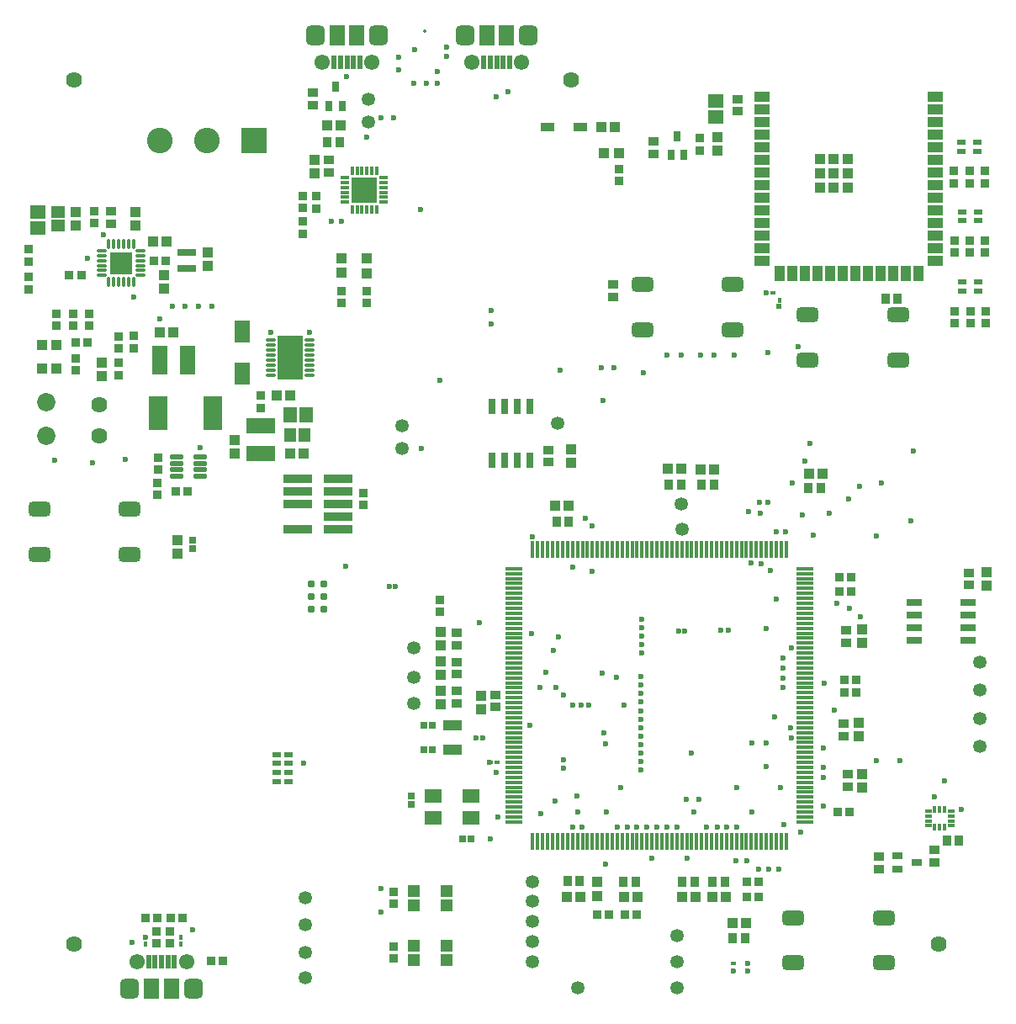
<source format=gts>
G04*
G04 #@! TF.GenerationSoftware,Altium Limited,Altium Designer,20.2.5 (213)*
G04*
G04 Layer_Color=8388736*
%FSLAX25Y25*%
%MOIN*%
G70*
G04*
G04 #@! TF.SameCoordinates,0EDA941F-9717-4D80-9818-445CF3A130AC*
G04*
G04*
G04 #@! TF.FilePolarity,Negative*
G04*
G01*
G75*
%ADD20R,0.02756X0.02913*%
%ADD21R,0.04134X0.04134*%
%ADD22R,0.04134X0.04134*%
%ADD23R,0.03740X0.03347*%
%ADD24R,0.03150X0.03937*%
%ADD25R,0.03937X0.03543*%
%ADD26R,0.01968X0.05709*%
%ADD27R,0.06299X0.07874*%
G04:AMPARAMS|DCode=28|XSize=63.78mil|YSize=14.96mil|CornerRadius=2.35mil|HoleSize=0mil|Usage=FLASHONLY|Rotation=0.000|XOffset=0mil|YOffset=0mil|HoleType=Round|Shape=RoundedRectangle|*
%AMROUNDEDRECTD28*
21,1,0.06378,0.01025,0,0,0.0*
21,1,0.05907,0.01496,0,0,0.0*
1,1,0.00471,0.02954,-0.00513*
1,1,0.00471,-0.02954,-0.00513*
1,1,0.00471,-0.02954,0.00513*
1,1,0.00471,0.02954,0.00513*
%
%ADD28ROUNDEDRECTD28*%
G04:AMPARAMS|DCode=29|XSize=63.78mil|YSize=14.96mil|CornerRadius=2.35mil|HoleSize=0mil|Usage=FLASHONLY|Rotation=90.000|XOffset=0mil|YOffset=0mil|HoleType=Round|Shape=RoundedRectangle|*
%AMROUNDEDRECTD29*
21,1,0.06378,0.01025,0,0,90.0*
21,1,0.05907,0.01496,0,0,90.0*
1,1,0.00471,0.00513,0.02954*
1,1,0.00471,0.00513,-0.02954*
1,1,0.00471,-0.00513,-0.02954*
1,1,0.00471,-0.00513,0.02954*
%
%ADD29ROUNDEDRECTD29*%
%ADD30R,0.03543X0.03937*%
%ADD31R,0.03937X0.03937*%
%ADD32R,0.06299X0.03937*%
%ADD33R,0.03937X0.06299*%
%ADD34R,0.03543X0.02362*%
%ADD35R,0.01778X0.02132*%
%ADD36R,0.03347X0.03740*%
%ADD37R,0.03937X0.04331*%
G04:AMPARAMS|DCode=38|XSize=59.06mil|YSize=86.61mil|CornerRadius=15.75mil|HoleSize=0mil|Usage=FLASHONLY|Rotation=270.000|XOffset=0mil|YOffset=0mil|HoleType=Round|Shape=RoundedRectangle|*
%AMROUNDEDRECTD38*
21,1,0.05906,0.05512,0,0,270.0*
21,1,0.02756,0.08661,0,0,270.0*
1,1,0.03150,-0.02756,-0.01378*
1,1,0.03150,-0.02756,0.01378*
1,1,0.03150,0.02756,0.01378*
1,1,0.03150,0.02756,-0.01378*
%
%ADD38ROUNDEDRECTD38*%
%ADD39R,0.02756X0.06102*%
%ADD40R,0.04921X0.04528*%
%ADD41C,0.05315*%
%ADD42R,0.02132X0.01778*%
%ADD43R,0.04331X0.03937*%
%ADD44R,0.06102X0.02756*%
G04:AMPARAMS|DCode=45|XSize=52.76mil|YSize=22.05mil|CornerRadius=6.5mil|HoleSize=0mil|Usage=FLASHONLY|Rotation=180.000|XOffset=0mil|YOffset=0mil|HoleType=Round|Shape=RoundedRectangle|*
%AMROUNDEDRECTD45*
21,1,0.05276,0.00906,0,0,180.0*
21,1,0.03976,0.02205,0,0,180.0*
1,1,0.01299,-0.01988,0.00453*
1,1,0.01299,0.01988,0.00453*
1,1,0.01299,0.01988,-0.00453*
1,1,0.01299,-0.01988,-0.00453*
%
%ADD45ROUNDEDRECTD45*%
%ADD46R,0.07677X0.13780*%
%ADD47R,0.05512X0.04724*%
%ADD48R,0.01575X0.03740*%
%ADD49R,0.03740X0.01575*%
%ADD50R,0.10433X0.10433*%
%ADD51R,0.04724X0.05512*%
G04:AMPARAMS|DCode=52|XSize=37.8mil|YSize=14.57mil|CornerRadius=3.3mil|HoleSize=0mil|Usage=FLASHONLY|Rotation=0.000|XOffset=0mil|YOffset=0mil|HoleType=Round|Shape=RoundedRectangle|*
%AMROUNDEDRECTD52*
21,1,0.03780,0.00797,0,0,0.0*
21,1,0.03120,0.01457,0,0,0.0*
1,1,0.00659,0.01560,-0.00399*
1,1,0.00659,-0.01560,-0.00399*
1,1,0.00659,-0.01560,0.00399*
1,1,0.00659,0.01560,0.00399*
%
%ADD52ROUNDEDRECTD52*%
%ADD53R,0.10000X0.17480*%
%ADD54R,0.07480X0.04331*%
%ADD55R,0.08661X0.08661*%
G04:AMPARAMS|DCode=56|XSize=37.01mil|YSize=14.17mil|CornerRadius=3.25mil|HoleSize=0mil|Usage=FLASHONLY|Rotation=0.000|XOffset=0mil|YOffset=0mil|HoleType=Round|Shape=RoundedRectangle|*
%AMROUNDEDRECTD56*
21,1,0.03701,0.00768,0,0,0.0*
21,1,0.03051,0.01417,0,0,0.0*
1,1,0.00650,0.01526,-0.00384*
1,1,0.00650,-0.01526,-0.00384*
1,1,0.00650,-0.01526,0.00384*
1,1,0.00650,0.01526,0.00384*
%
%ADD56ROUNDEDRECTD56*%
G04:AMPARAMS|DCode=57|XSize=37.01mil|YSize=14.17mil|CornerRadius=3.25mil|HoleSize=0mil|Usage=FLASHONLY|Rotation=90.000|XOffset=0mil|YOffset=0mil|HoleType=Round|Shape=RoundedRectangle|*
%AMROUNDEDRECTD57*
21,1,0.03701,0.00768,0,0,90.0*
21,1,0.03051,0.01417,0,0,90.0*
1,1,0.00650,0.00384,0.01526*
1,1,0.00650,0.00384,-0.01526*
1,1,0.00650,-0.00384,-0.01526*
1,1,0.00650,-0.00384,0.01526*
%
%ADD57ROUNDEDRECTD57*%
%ADD58R,0.07480X0.02756*%
%ADD59C,0.03098*%
%ADD60R,0.02362X0.01575*%
%ADD61R,0.06299X0.08740*%
%ADD62R,0.02913X0.02756*%
%ADD63R,0.06693X0.05315*%
%ADD64R,0.01772X0.02677*%
%ADD65R,0.02677X0.01772*%
%ADD66R,0.03937X0.03150*%
%ADD67R,0.05906X0.05512*%
%ADD68R,0.05315X0.03347*%
%ADD69R,0.11378X0.03307*%
%ADD70R,0.02762X0.02959*%
%ADD71R,0.05906X0.11417*%
%ADD72R,0.11417X0.05906*%
%ADD73R,0.05512X0.05906*%
G04:AMPARAMS|DCode=74|XSize=74.8mil|YSize=78.74mil|CornerRadius=19.68mil|HoleSize=0mil|Usage=FLASHONLY|Rotation=180.000|XOffset=0mil|YOffset=0mil|HoleType=Round|Shape=RoundedRectangle|*
%AMROUNDEDRECTD74*
21,1,0.07480,0.03937,0,0,180.0*
21,1,0.03543,0.07874,0,0,180.0*
1,1,0.03937,-0.01772,0.01968*
1,1,0.03937,0.01772,0.01968*
1,1,0.03937,0.01772,-0.01968*
1,1,0.03937,-0.01772,-0.01968*
%
%ADD74ROUNDEDRECTD74*%
%ADD75C,0.06102*%
%ADD76C,0.01378*%
%ADD77C,0.07284*%
%ADD78R,0.10138X0.10138*%
%ADD79C,0.10138*%
%ADD80C,0.01968*%
%ADD81C,0.00394*%
%ADD82C,0.06394*%
%ADD83C,0.02362*%
D20*
X911988Y638937D02*
D03*
X908524D02*
D03*
X911988Y629095D02*
D03*
X908524D02*
D03*
X927319Y593705D02*
D03*
X923854D02*
D03*
D21*
X985750Y865519D02*
D03*
X979844D02*
D03*
X762953Y780034D02*
D03*
X757047D02*
D03*
X762953Y789575D02*
D03*
X757047D02*
D03*
D22*
X977287Y576953D02*
D03*
Y571047D02*
D03*
X886000Y823905D02*
D03*
Y818000D02*
D03*
X876000Y823953D02*
D03*
Y818047D02*
D03*
D23*
X886000Y810862D02*
D03*
Y806138D02*
D03*
X876000Y810862D02*
D03*
Y806138D02*
D03*
X808000Y552378D02*
D03*
Y557102D02*
D03*
X802631D02*
D03*
Y552378D02*
D03*
X896522Y572850D02*
D03*
Y568125D02*
D03*
Y546493D02*
D03*
Y551217D02*
D03*
X985750Y854593D02*
D03*
Y859317D02*
D03*
X778000Y837835D02*
D03*
Y842559D02*
D03*
X860492Y838362D02*
D03*
Y833638D02*
D03*
X1130812Y853638D02*
D03*
Y858362D02*
D03*
X1124750Y853638D02*
D03*
Y858362D02*
D03*
X1118688Y853638D02*
D03*
Y858362D02*
D03*
X1124938Y826138D02*
D03*
Y830862D02*
D03*
X1118875Y826138D02*
D03*
Y830862D02*
D03*
X762953Y797138D02*
D03*
Y801862D02*
D03*
X752000Y816362D02*
D03*
Y811638D02*
D03*
Y822638D02*
D03*
Y827362D02*
D03*
X866000Y843638D02*
D03*
Y848362D02*
D03*
X860492Y848441D02*
D03*
Y843717D02*
D03*
X1018000Y866677D02*
D03*
Y871402D02*
D03*
X803000Y734862D02*
D03*
Y730138D02*
D03*
X769476Y797138D02*
D03*
Y801862D02*
D03*
X915000Y688419D02*
D03*
Y683695D02*
D03*
X884500Y731008D02*
D03*
Y726284D02*
D03*
X1125062Y802992D02*
D03*
Y798268D02*
D03*
X1119000Y802992D02*
D03*
Y798268D02*
D03*
X1131125Y802992D02*
D03*
Y798268D02*
D03*
X1131000Y830862D02*
D03*
Y826138D02*
D03*
X776000Y801862D02*
D03*
Y797138D02*
D03*
X770638Y784322D02*
D03*
Y779598D02*
D03*
X803075Y744998D02*
D03*
Y740274D02*
D03*
X793500Y788335D02*
D03*
Y793059D02*
D03*
X787500Y793000D02*
D03*
Y788276D02*
D03*
Y782362D02*
D03*
Y777638D02*
D03*
X844000Y769362D02*
D03*
Y764638D02*
D03*
D24*
X870941Y884260D02*
D03*
X876059D02*
D03*
X873500Y891740D02*
D03*
X1009000Y872189D02*
D03*
X1011559Y864709D02*
D03*
X1006441D02*
D03*
D25*
X864500Y884539D02*
D03*
Y889461D02*
D03*
X958000Y747961D02*
D03*
Y743039D02*
D03*
X784500Y842461D02*
D03*
Y837539D02*
D03*
X921489Y675461D02*
D03*
Y670539D02*
D03*
X1075961Y671634D02*
D03*
Y676555D02*
D03*
X921489Y659039D02*
D03*
Y663961D02*
D03*
X1124500Y694413D02*
D03*
Y699335D02*
D03*
X937000Y650961D02*
D03*
Y646039D02*
D03*
X921489Y652461D02*
D03*
Y647539D02*
D03*
X1075000Y639461D02*
D03*
Y634539D02*
D03*
X1076500Y614539D02*
D03*
Y619461D02*
D03*
X871000Y857890D02*
D03*
Y862811D02*
D03*
X1111000Y589461D02*
D03*
Y584539D02*
D03*
X1089000Y586764D02*
D03*
Y581843D02*
D03*
X999500Y870122D02*
D03*
Y865201D02*
D03*
X1033000Y882039D02*
D03*
Y886961D02*
D03*
X983500Y808539D02*
D03*
Y813461D02*
D03*
D26*
X802004Y545130D02*
D03*
X799445D02*
D03*
X807122D02*
D03*
X809681D02*
D03*
X804563D02*
D03*
X878063Y901591D02*
D03*
X872945D02*
D03*
X875504D02*
D03*
X883181D02*
D03*
X880622D02*
D03*
X939941D02*
D03*
X942500D02*
D03*
X934823D02*
D03*
X932264D02*
D03*
X937382D02*
D03*
D27*
X800626Y534500D02*
D03*
X808500D02*
D03*
X874126Y912220D02*
D03*
X882000D02*
D03*
X941319D02*
D03*
X933445D02*
D03*
D28*
X944118Y700945D02*
D03*
Y698976D02*
D03*
Y697008D02*
D03*
Y695039D02*
D03*
Y693071D02*
D03*
Y691102D02*
D03*
Y689134D02*
D03*
Y687165D02*
D03*
Y685197D02*
D03*
Y683228D02*
D03*
Y681260D02*
D03*
Y679291D02*
D03*
Y677323D02*
D03*
Y675354D02*
D03*
Y673386D02*
D03*
Y671417D02*
D03*
Y669449D02*
D03*
Y667480D02*
D03*
Y665512D02*
D03*
Y663543D02*
D03*
Y661575D02*
D03*
Y659606D02*
D03*
Y657638D02*
D03*
Y655669D02*
D03*
Y653701D02*
D03*
Y651732D02*
D03*
Y649764D02*
D03*
Y647795D02*
D03*
Y645827D02*
D03*
Y643858D02*
D03*
Y641890D02*
D03*
Y639921D02*
D03*
Y637953D02*
D03*
Y635984D02*
D03*
Y634016D02*
D03*
Y632047D02*
D03*
Y630079D02*
D03*
Y628110D02*
D03*
Y626142D02*
D03*
Y624173D02*
D03*
Y622205D02*
D03*
Y620236D02*
D03*
Y618268D02*
D03*
Y616299D02*
D03*
Y614331D02*
D03*
Y612362D02*
D03*
Y610394D02*
D03*
Y608425D02*
D03*
Y606457D02*
D03*
Y604488D02*
D03*
Y602520D02*
D03*
Y600551D02*
D03*
X1059669D02*
D03*
Y602520D02*
D03*
Y604488D02*
D03*
Y606457D02*
D03*
Y608425D02*
D03*
Y610394D02*
D03*
Y612362D02*
D03*
Y614331D02*
D03*
Y616299D02*
D03*
Y618268D02*
D03*
Y620236D02*
D03*
Y622205D02*
D03*
Y624173D02*
D03*
Y626142D02*
D03*
Y628110D02*
D03*
Y630079D02*
D03*
Y632047D02*
D03*
Y634016D02*
D03*
Y635984D02*
D03*
Y637953D02*
D03*
Y639921D02*
D03*
Y641890D02*
D03*
Y643858D02*
D03*
Y645827D02*
D03*
Y647795D02*
D03*
Y649764D02*
D03*
Y651732D02*
D03*
Y653701D02*
D03*
Y655669D02*
D03*
Y657638D02*
D03*
Y659606D02*
D03*
Y661575D02*
D03*
Y663543D02*
D03*
Y665512D02*
D03*
Y667480D02*
D03*
Y669449D02*
D03*
Y671417D02*
D03*
Y673386D02*
D03*
Y675354D02*
D03*
Y677323D02*
D03*
Y679291D02*
D03*
Y681260D02*
D03*
Y683228D02*
D03*
Y685197D02*
D03*
Y687165D02*
D03*
Y689134D02*
D03*
Y691102D02*
D03*
Y693071D02*
D03*
Y695039D02*
D03*
Y697008D02*
D03*
Y698976D02*
D03*
Y700945D02*
D03*
D29*
X951697Y592972D02*
D03*
X953665D02*
D03*
X955634D02*
D03*
X957602D02*
D03*
X959571D02*
D03*
X961539D02*
D03*
X963508D02*
D03*
X965476D02*
D03*
X967445D02*
D03*
X969413D02*
D03*
X971382D02*
D03*
X973350D02*
D03*
X975319D02*
D03*
X977287D02*
D03*
X979256D02*
D03*
X981224D02*
D03*
X983193D02*
D03*
X985161D02*
D03*
X987130D02*
D03*
X989098D02*
D03*
X991067D02*
D03*
X993035D02*
D03*
X995004D02*
D03*
X996972D02*
D03*
X998941D02*
D03*
X1000909D02*
D03*
X1002878D02*
D03*
X1004846D02*
D03*
X1006815D02*
D03*
X1008784D02*
D03*
X1010752D02*
D03*
X1012720D02*
D03*
X1014689D02*
D03*
X1016658D02*
D03*
X1018626D02*
D03*
X1020595D02*
D03*
X1022563D02*
D03*
X1024531D02*
D03*
X1026500D02*
D03*
X1028469D02*
D03*
X1030437D02*
D03*
X1032405D02*
D03*
X1034374D02*
D03*
X1036343D02*
D03*
X1038311D02*
D03*
X1040279D02*
D03*
X1042248D02*
D03*
X1044217D02*
D03*
X1046185D02*
D03*
X1048153D02*
D03*
X1050122D02*
D03*
X1052091D02*
D03*
Y708524D02*
D03*
X1050122D02*
D03*
X1048153D02*
D03*
X1046185D02*
D03*
X1044217D02*
D03*
X1042248D02*
D03*
X1040279D02*
D03*
X1038311D02*
D03*
X1036343D02*
D03*
X1034374D02*
D03*
X1032405D02*
D03*
X1030437D02*
D03*
X1028469D02*
D03*
X1026500D02*
D03*
X1024531D02*
D03*
X1022563D02*
D03*
X1020595D02*
D03*
X1018626D02*
D03*
X1016658D02*
D03*
X1014689D02*
D03*
X1012720D02*
D03*
X1010752D02*
D03*
X1008784D02*
D03*
X1006815D02*
D03*
X1004846D02*
D03*
X1002878D02*
D03*
X1000909D02*
D03*
X998941D02*
D03*
X996972D02*
D03*
X995004D02*
D03*
X993035D02*
D03*
X991067D02*
D03*
X989098D02*
D03*
X987130D02*
D03*
X985161D02*
D03*
X983193D02*
D03*
X981224D02*
D03*
X979256D02*
D03*
X977287D02*
D03*
X975319D02*
D03*
X973350D02*
D03*
X971382D02*
D03*
X969413D02*
D03*
X967445D02*
D03*
X965476D02*
D03*
X963508D02*
D03*
X961539D02*
D03*
X959571D02*
D03*
X957602D02*
D03*
X955634D02*
D03*
X953665D02*
D03*
X951697D02*
D03*
D30*
X966012Y719613D02*
D03*
X961090D02*
D03*
X1065961Y733000D02*
D03*
X1061039D02*
D03*
X1018554Y734339D02*
D03*
X1023475D02*
D03*
X1005539D02*
D03*
X1010461D02*
D03*
X992567Y576842D02*
D03*
X987646D02*
D03*
X875232Y870000D02*
D03*
X870311D02*
D03*
X1015961Y577000D02*
D03*
X1011039D02*
D03*
X1031039Y554500D02*
D03*
X1035961D02*
D03*
X1023039Y577000D02*
D03*
X1027961D02*
D03*
X965421Y577181D02*
D03*
X970343D02*
D03*
X1120643Y593051D02*
D03*
X1115722D02*
D03*
X1091450Y807917D02*
D03*
X1096372D02*
D03*
D31*
X1070988Y857512D02*
D03*
X1065476D02*
D03*
X1076500D02*
D03*
X1065476Y852000D02*
D03*
X1070988D02*
D03*
X1076500D02*
D03*
X1065476Y863024D02*
D03*
X1070988D02*
D03*
X1076500D02*
D03*
D32*
X1042445Y887906D02*
D03*
Y882905D02*
D03*
Y877905D02*
D03*
Y872906D02*
D03*
Y867906D02*
D03*
Y862906D02*
D03*
Y857905D02*
D03*
Y852905D02*
D03*
Y847906D02*
D03*
Y842906D02*
D03*
Y837906D02*
D03*
Y832905D02*
D03*
Y827905D02*
D03*
Y822906D02*
D03*
X1111343D02*
D03*
Y827905D02*
D03*
Y832905D02*
D03*
Y837906D02*
D03*
Y842906D02*
D03*
Y847906D02*
D03*
Y852905D02*
D03*
Y857905D02*
D03*
Y862906D02*
D03*
Y867906D02*
D03*
Y872906D02*
D03*
Y877905D02*
D03*
Y882905D02*
D03*
Y887906D02*
D03*
D33*
X1049394Y817984D02*
D03*
X1054394D02*
D03*
X1059394D02*
D03*
X1064394D02*
D03*
X1069394D02*
D03*
X1074394D02*
D03*
X1079394D02*
D03*
X1084394D02*
D03*
X1089394D02*
D03*
X1094394D02*
D03*
X1099394D02*
D03*
X1104394D02*
D03*
D34*
X1121600Y866228D02*
D03*
X1127900D02*
D03*
Y869772D02*
D03*
X1121600D02*
D03*
X1121788Y838728D02*
D03*
X1128087D02*
D03*
Y842272D02*
D03*
X1121788D02*
D03*
X854862Y627315D02*
D03*
Y620228D02*
D03*
Y616685D02*
D03*
X850138D02*
D03*
Y620228D02*
D03*
Y627315D02*
D03*
Y623772D02*
D03*
X854862D02*
D03*
X1121913Y810858D02*
D03*
X1128212D02*
D03*
Y814402D02*
D03*
X1121913D02*
D03*
D35*
X812211Y554779D02*
D03*
Y552220D02*
D03*
X798323Y554779D02*
D03*
Y552220D02*
D03*
X1049394Y804720D02*
D03*
Y807279D02*
D03*
D36*
X824138Y545633D02*
D03*
X828862D02*
D03*
X798103Y562577D02*
D03*
X802827D02*
D03*
X812862D02*
D03*
X808138D02*
D03*
X1077811Y697472D02*
D03*
X1073087D02*
D03*
X1077811Y691972D02*
D03*
X1073087D02*
D03*
X977287Y564000D02*
D03*
X982012D02*
D03*
X1079862Y656870D02*
D03*
X1075138D02*
D03*
X1072642Y604488D02*
D03*
X1077366D02*
D03*
X1079862Y651732D02*
D03*
X1075138D02*
D03*
X1041224Y577000D02*
D03*
X1036500D02*
D03*
X992862Y564000D02*
D03*
X988138D02*
D03*
X1041224Y571000D02*
D03*
X1036500D02*
D03*
X775362Y790500D02*
D03*
X770638D02*
D03*
X814862Y731500D02*
D03*
X810138D02*
D03*
X801638Y822984D02*
D03*
X806362D02*
D03*
X772724Y817079D02*
D03*
X768000D02*
D03*
D37*
X1061343Y738500D02*
D03*
X1066658D02*
D03*
X1023672Y740295D02*
D03*
X1018357D02*
D03*
X1010658Y740453D02*
D03*
X1005342D02*
D03*
X965981Y725915D02*
D03*
X960666D02*
D03*
X875528Y876500D02*
D03*
X870213D02*
D03*
X993157Y571000D02*
D03*
X987842D02*
D03*
X1036158Y560500D02*
D03*
X1030842D02*
D03*
X1028158Y571000D02*
D03*
X1022843D02*
D03*
X970658D02*
D03*
X965343D02*
D03*
X1010843D02*
D03*
X1016158D02*
D03*
X984157Y876000D02*
D03*
X978843D02*
D03*
X809303Y794500D02*
D03*
X803988D02*
D03*
X860972Y746488D02*
D03*
X855657D02*
D03*
X850342Y769500D02*
D03*
X855657D02*
D03*
X801342Y830500D02*
D03*
X806658D02*
D03*
D38*
X1030913Y795642D02*
D03*
Y813358D02*
D03*
X995087D02*
D03*
Y795642D02*
D03*
X1054992Y562479D02*
D03*
Y544762D02*
D03*
X1090819D02*
D03*
Y562479D02*
D03*
X1060587Y783642D02*
D03*
Y801358D02*
D03*
X1096413D02*
D03*
Y783642D02*
D03*
X756087Y706642D02*
D03*
Y724358D02*
D03*
X791913D02*
D03*
Y706642D02*
D03*
D39*
X950500Y765228D02*
D03*
X945500D02*
D03*
X940500D02*
D03*
X935500D02*
D03*
X950500Y743772D02*
D03*
X945500D02*
D03*
X940500D02*
D03*
X935500D02*
D03*
D40*
X904405Y567646D02*
D03*
X917595D02*
D03*
Y573354D02*
D03*
X904405D02*
D03*
Y545979D02*
D03*
X917595D02*
D03*
Y551687D02*
D03*
X904405D02*
D03*
D41*
X951500Y545250D02*
D03*
Y553188D02*
D03*
Y569063D02*
D03*
Y577000D02*
D03*
Y561125D02*
D03*
X961500Y758500D02*
D03*
X900000Y748500D02*
D03*
Y757500D02*
D03*
X861500Y560000D02*
D03*
Y570500D02*
D03*
Y538750D02*
D03*
Y549000D02*
D03*
X904500Y669500D02*
D03*
X886500Y877783D02*
D03*
Y887000D02*
D03*
X904500Y647500D02*
D03*
Y658000D02*
D03*
X969658Y535000D02*
D03*
X1009000Y555500D02*
D03*
Y545250D02*
D03*
X1129000Y641667D02*
D03*
Y630500D02*
D03*
Y652833D02*
D03*
X1009000Y535000D02*
D03*
X1129000Y664000D02*
D03*
X1010752Y716500D02*
D03*
X1010658Y726500D02*
D03*
D42*
X935003Y624173D02*
D03*
X937562D02*
D03*
X1044221Y810279D02*
D03*
X1046780D02*
D03*
X929295Y634016D02*
D03*
X931854D02*
D03*
X897279Y694000D02*
D03*
X894720D02*
D03*
D43*
X811000Y712157D02*
D03*
Y706843D02*
D03*
X967000Y742842D02*
D03*
Y748158D02*
D03*
X770500Y842150D02*
D03*
Y836835D02*
D03*
X1131500Y694216D02*
D03*
Y699532D02*
D03*
X915268Y652658D02*
D03*
Y647342D02*
D03*
Y664157D02*
D03*
Y658843D02*
D03*
X931114Y650453D02*
D03*
Y645138D02*
D03*
X915268Y675815D02*
D03*
Y670500D02*
D03*
X1082063Y671437D02*
D03*
Y676752D02*
D03*
X1080907Y634437D02*
D03*
Y639752D02*
D03*
X1082118Y619638D02*
D03*
Y614323D02*
D03*
X865137Y862969D02*
D03*
Y857654D02*
D03*
X1024980Y866382D02*
D03*
Y871697D02*
D03*
X781000Y782657D02*
D03*
Y777343D02*
D03*
X833500Y751803D02*
D03*
Y746488D02*
D03*
X823000Y826157D02*
D03*
Y820842D02*
D03*
X794133Y836843D02*
D03*
Y842157D02*
D03*
X805500Y811764D02*
D03*
Y817079D02*
D03*
D44*
X1124228Y672500D02*
D03*
Y677500D02*
D03*
Y682500D02*
D03*
Y687500D02*
D03*
X1102772Y672500D02*
D03*
Y677500D02*
D03*
Y682500D02*
D03*
Y687500D02*
D03*
D45*
X819732Y737518D02*
D03*
Y740077D02*
D03*
Y742636D02*
D03*
Y745195D02*
D03*
X810401D02*
D03*
Y742636D02*
D03*
Y740077D02*
D03*
Y737518D02*
D03*
D46*
X824925Y762500D02*
D03*
X803075D02*
D03*
D47*
X763500Y836736D02*
D03*
Y842248D02*
D03*
D48*
X889921Y858677D02*
D03*
X887953D02*
D03*
X885984D02*
D03*
X884016D02*
D03*
X882047D02*
D03*
X880079D02*
D03*
Y843323D02*
D03*
X882047D02*
D03*
X884016D02*
D03*
X885984D02*
D03*
X887953D02*
D03*
X889921D02*
D03*
D49*
X877323Y855921D02*
D03*
Y853953D02*
D03*
Y851984D02*
D03*
Y850016D02*
D03*
Y848047D02*
D03*
Y846079D02*
D03*
X892677D02*
D03*
Y848047D02*
D03*
Y850016D02*
D03*
Y851984D02*
D03*
Y853953D02*
D03*
Y855921D02*
D03*
D50*
X885000Y851000D02*
D03*
D51*
X861169Y754000D02*
D03*
X855657D02*
D03*
D52*
X847882Y791390D02*
D03*
Y789421D02*
D03*
Y787453D02*
D03*
Y785484D02*
D03*
Y783516D02*
D03*
Y781547D02*
D03*
Y779579D02*
D03*
Y777610D02*
D03*
X863118D02*
D03*
Y779579D02*
D03*
Y781547D02*
D03*
Y783516D02*
D03*
Y785484D02*
D03*
Y787453D02*
D03*
Y789421D02*
D03*
Y791390D02*
D03*
D53*
X855500Y784500D02*
D03*
D54*
X919819Y629102D02*
D03*
Y638945D02*
D03*
D55*
X788500Y822000D02*
D03*
D56*
X796118Y826921D02*
D03*
Y824953D02*
D03*
Y822984D02*
D03*
Y821016D02*
D03*
Y819047D02*
D03*
Y817079D02*
D03*
X780882D02*
D03*
Y819047D02*
D03*
Y821016D02*
D03*
Y822984D02*
D03*
Y824953D02*
D03*
Y826921D02*
D03*
D57*
X783579Y829618D02*
D03*
X785547D02*
D03*
X787516D02*
D03*
X789484D02*
D03*
X791453D02*
D03*
X793421D02*
D03*
Y814382D02*
D03*
X791453D02*
D03*
X789484D02*
D03*
X787516D02*
D03*
X785547D02*
D03*
X783579D02*
D03*
D58*
X814500Y819950D02*
D03*
Y826250D02*
D03*
D59*
X864000Y685000D02*
D03*
X869000Y695000D02*
D03*
Y690000D02*
D03*
Y685000D02*
D03*
X864000Y690000D02*
D03*
Y695000D02*
D03*
D60*
X1031244Y541425D02*
D03*
Y544575D02*
D03*
X1036756D02*
D03*
Y541425D02*
D03*
D61*
X836500Y778173D02*
D03*
Y794827D02*
D03*
D62*
X903477Y610956D02*
D03*
Y607491D02*
D03*
D63*
X927299Y610803D02*
D03*
X912339D02*
D03*
X927299Y602142D02*
D03*
X912339D02*
D03*
D64*
X1111032Y605642D02*
D03*
X1113000D02*
D03*
X1114968D02*
D03*
X1111032Y598358D02*
D03*
X1113000D02*
D03*
X1114968D02*
D03*
D65*
X1117626Y604953D02*
D03*
Y602984D02*
D03*
Y601016D02*
D03*
Y599047D02*
D03*
X1108374Y604953D02*
D03*
Y602984D02*
D03*
Y601016D02*
D03*
Y599047D02*
D03*
D66*
X1103740Y584500D02*
D03*
X1096260Y581941D02*
D03*
Y587059D02*
D03*
D67*
X1024075Y879756D02*
D03*
Y886055D02*
D03*
X755500Y835850D02*
D03*
Y842150D02*
D03*
D68*
X957587Y876000D02*
D03*
X970579D02*
D03*
D69*
X874512Y716500D02*
D03*
X858488D02*
D03*
X874512Y721500D02*
D03*
Y726500D02*
D03*
X858488D02*
D03*
X874512Y731500D02*
D03*
X858488D02*
D03*
X874512Y736500D02*
D03*
X858488D02*
D03*
D70*
X816953Y708728D02*
D03*
Y712272D02*
D03*
D71*
X815012Y783500D02*
D03*
X803988D02*
D03*
D72*
X844000Y757512D02*
D03*
Y746488D02*
D03*
D73*
X861957Y762000D02*
D03*
X855657D02*
D03*
D74*
X817161Y534500D02*
D03*
X791965D02*
D03*
X890661Y912220D02*
D03*
X865465D02*
D03*
X924784D02*
D03*
X949980D02*
D03*
D75*
X794721Y545130D02*
D03*
X814406D02*
D03*
X868221Y901591D02*
D03*
X887906D02*
D03*
X947224D02*
D03*
X927539D02*
D03*
D76*
X909000Y914000D02*
D03*
D77*
X759000Y753500D02*
D03*
Y767000D02*
D03*
D78*
X841201Y870500D02*
D03*
D79*
X822500D02*
D03*
X803799D02*
D03*
D80*
X785350Y822000D02*
D03*
X788500Y825150D02*
D03*
X791650Y822000D02*
D03*
X788500Y818850D02*
D03*
Y822000D02*
D03*
D81*
X866500Y680000D02*
D03*
X856500D02*
D03*
Y692500D02*
D03*
X862500Y700000D02*
D03*
X870500D02*
D03*
X876500Y680000D02*
D03*
Y692500D02*
D03*
D82*
X780000Y765799D02*
D03*
Y753594D02*
D03*
X1112409Y552102D02*
D03*
X769890D02*
D03*
Y894610D02*
D03*
X966740Y894610D02*
D03*
D83*
X860972Y746488D02*
D03*
X819732Y749000D02*
D03*
X994779Y680721D02*
D03*
X995409Y778500D02*
D03*
X994779Y667472D02*
D03*
X937322Y888000D02*
D03*
X908524Y629095D02*
D03*
Y638937D02*
D03*
X876000Y806138D02*
D03*
X886000D02*
D03*
X873500Y891740D02*
D03*
X864500Y889461D02*
D03*
X793000Y552870D02*
D03*
X809681Y545130D02*
D03*
X931854Y634016D02*
D03*
X929295D02*
D03*
X1050786Y661591D02*
D03*
X1050780Y657500D02*
D03*
Y654000D02*
D03*
X1020595Y598500D02*
D03*
X1032345Y585328D02*
D03*
X1045201Y582000D02*
D03*
X1066992Y629881D02*
D03*
X1037064Y723406D02*
D03*
X1066921Y618268D02*
D03*
X994779Y670815D02*
D03*
X985000Y658000D02*
D03*
X964000Y622000D02*
D03*
X996972Y598500D02*
D03*
X1058500Y722159D02*
D03*
X1041402Y727328D02*
D03*
X962500Y779500D02*
D03*
X979000Y780500D02*
D03*
X979214Y659500D02*
D03*
X993035Y598500D02*
D03*
X1028500D02*
D03*
X1038500Y632000D02*
D03*
X1048153Y715629D02*
D03*
X1045992Y700295D02*
D03*
X956897Y659922D02*
D03*
X937046Y620236D02*
D03*
X935000Y593823D02*
D03*
X1008784Y598500D02*
D03*
X1038370Y703177D02*
D03*
X1041224Y582000D02*
D03*
X1050740Y665500D02*
D03*
X1081477Y682000D02*
D03*
X1009505Y676267D02*
D03*
X980405Y631631D02*
D03*
X967445Y598500D02*
D03*
X1032452D02*
D03*
X1067016Y606850D02*
D03*
X1047529Y642041D02*
D03*
X950630Y639000D02*
D03*
X960640Y608741D02*
D03*
X985161Y598500D02*
D03*
X1054043Y669449D02*
D03*
X951500Y713500D02*
D03*
X964000Y651000D02*
D03*
X1051371Y599641D02*
D03*
X1054000Y637953D02*
D03*
X1051992Y715629D02*
D03*
X1042314Y703000D02*
D03*
X972500Y720807D02*
D03*
X964000Y625321D02*
D03*
X970750Y647000D02*
D03*
X1014500Y628000D02*
D03*
X994441Y641342D02*
D03*
X1054130Y634008D02*
D03*
X1012000Y676340D02*
D03*
X975116Y717827D02*
D03*
X969407Y604500D02*
D03*
X1077362Y685177D02*
D03*
X984000Y780500D02*
D03*
X959743Y668579D02*
D03*
X954701Y653701D02*
D03*
X954862Y603842D02*
D03*
X937853Y602441D02*
D03*
X980500Y584000D02*
D03*
X1005000Y598500D02*
D03*
X1049177Y582000D02*
D03*
X1038407Y604500D02*
D03*
X1067016Y622205D02*
D03*
X962000Y674000D02*
D03*
X980907Y604620D02*
D03*
X969091Y610709D02*
D03*
X971333Y598500D02*
D03*
X998941Y586279D02*
D03*
X1071049Y645010D02*
D03*
X1042000Y723000D02*
D03*
X951107Y675039D02*
D03*
X979859Y635786D02*
D03*
X1012720Y586279D02*
D03*
X975116Y700000D02*
D03*
X961000Y654000D02*
D03*
X986657Y614120D02*
D03*
X989098Y598500D02*
D03*
X1024713D02*
D03*
X1077000Y728500D02*
D03*
X1067331Y655669D02*
D03*
X1044333Y677323D02*
D03*
X1072231Y687199D02*
D03*
X967445Y701500D02*
D03*
X930500Y679500D02*
D03*
X988000Y647000D02*
D03*
X967500D02*
D03*
X1000909Y598500D02*
D03*
X1044157Y631843D02*
D03*
X1048153Y689000D02*
D03*
X1044804Y727328D02*
D03*
X974000Y647000D02*
D03*
X994441Y621287D02*
D03*
Y634657D02*
D03*
Y631315D02*
D03*
Y658055D02*
D03*
Y651370D02*
D03*
X994480Y654713D02*
D03*
X994441Y648028D02*
D03*
Y644685D02*
D03*
Y638000D02*
D03*
Y627972D02*
D03*
Y624630D02*
D03*
X934518Y624226D02*
D03*
X1111500Y838000D02*
D03*
X1042445Y872906D02*
D03*
Y827905D02*
D03*
X1111343Y882905D02*
D03*
X1042445Y822906D02*
D03*
X1059394Y817984D02*
D03*
X1111500Y833000D02*
D03*
X1111343Y877905D02*
D03*
Y887906D02*
D03*
X1111500Y828000D02*
D03*
X1042445Y852905D02*
D03*
X1111500Y823000D02*
D03*
X1042445Y847906D02*
D03*
Y887906D02*
D03*
X1054500Y735000D02*
D03*
X979661Y767500D02*
D03*
X1061500Y750500D02*
D03*
X1006441Y864709D02*
D03*
X999500Y870122D02*
D03*
X985750Y854593D02*
D03*
X1030913Y813500D02*
D03*
X1119000Y826000D02*
D03*
X1059500Y743657D02*
D03*
X808714Y804726D02*
D03*
X814038D02*
D03*
X819224D02*
D03*
X824575D02*
D03*
X1119000Y798268D02*
D03*
X1125062D02*
D03*
X1058000Y596664D02*
D03*
X967000Y748158D02*
D03*
X945500Y765228D02*
D03*
X965981Y725915D02*
D03*
X960666D02*
D03*
X935500Y743772D02*
D03*
X994740Y674157D02*
D03*
X994852Y677500D02*
D03*
X1077811Y691972D02*
D03*
X915268Y652658D02*
D03*
Y664157D02*
D03*
Y675815D02*
D03*
Y670500D02*
D03*
Y658843D02*
D03*
Y647342D02*
D03*
X931114Y650453D02*
D03*
Y645138D02*
D03*
X1022843Y571000D02*
D03*
X1028158D02*
D03*
X1016158D02*
D03*
X1010843D02*
D03*
X993157D02*
D03*
X987842D02*
D03*
X970658D02*
D03*
X965343D02*
D03*
X1026296Y676374D02*
D03*
X1080907Y639752D02*
D03*
X1082063Y676752D02*
D03*
Y671437D02*
D03*
X1120643Y593051D02*
D03*
X1111000Y589461D02*
D03*
X1089000Y586764D02*
D03*
X1121500Y605642D02*
D03*
X1131500Y694216D02*
D03*
Y699532D02*
D03*
X923854Y593705D02*
D03*
X828862Y545633D02*
D03*
X864000Y690000D02*
D03*
X869000D02*
D03*
X874500Y716500D02*
D03*
Y731500D02*
D03*
X877500Y702000D02*
D03*
X858488Y726500D02*
D03*
Y731500D02*
D03*
Y736500D02*
D03*
X903477Y607491D02*
D03*
X1041224Y577000D02*
D03*
X984157Y876000D02*
D03*
X1024075Y886055D02*
D03*
Y879756D02*
D03*
X1018000Y866677D02*
D03*
X1024980Y866382D02*
D03*
X1011559Y864709D02*
D03*
X1125000Y826000D02*
D03*
X1128087Y842272D02*
D03*
X1127900Y869772D02*
D03*
X1128212Y814402D02*
D03*
X1115000Y616968D02*
D03*
X1131125Y798268D02*
D03*
X755500Y835850D02*
D03*
X752000Y811638D02*
D03*
X768000Y817079D02*
D03*
X781000Y782657D02*
D03*
X793500Y788335D02*
D03*
X793374Y808512D02*
D03*
X806315Y822918D02*
D03*
X805452Y811697D02*
D03*
X822952Y826091D02*
D03*
X784452Y842394D02*
D03*
X794199Y842110D02*
D03*
X847882Y794539D02*
D03*
X863118D02*
D03*
X844000Y764638D02*
D03*
X809303Y794500D02*
D03*
X803988D02*
D03*
X815000Y786000D02*
D03*
Y780500D02*
D03*
X803988Y800000D02*
D03*
X847000Y757500D02*
D03*
X841500Y757512D02*
D03*
X833500Y752157D02*
D03*
X915000Y683695D02*
D03*
X878000Y896000D02*
D03*
X882047Y848047D02*
D03*
Y853953D02*
D03*
X860492Y833638D02*
D03*
X866000Y843638D02*
D03*
X871000Y862811D02*
D03*
X875528Y876500D02*
D03*
X870213D02*
D03*
X872000Y838500D02*
D03*
X876000D02*
D03*
X898500Y903461D02*
D03*
X904768Y906402D02*
D03*
X898500Y898539D02*
D03*
X904500Y893138D02*
D03*
X917500Y903843D02*
D03*
Y907500D02*
D03*
X914000Y897862D02*
D03*
X915000Y775500D02*
D03*
X1096260Y581941D02*
D03*
X1089000Y581843D02*
D03*
X896461Y879500D02*
D03*
X887953Y848047D02*
D03*
Y854084D02*
D03*
X915000Y688500D02*
D03*
X1077366Y604488D02*
D03*
X1036756Y544575D02*
D03*
Y541425D02*
D03*
X1031244D02*
D03*
X1030842Y560500D02*
D03*
X1036158D02*
D03*
X909396Y893103D02*
D03*
X1082200Y619739D02*
D03*
X1091450Y807917D02*
D03*
X1096413Y801358D02*
D03*
X1096372Y807917D02*
D03*
X1096413Y783642D02*
D03*
X983500Y808539D02*
D03*
X1124228Y672500D02*
D03*
X1102772Y687500D02*
D03*
X1124228Y677500D02*
D03*
X1102772D02*
D03*
Y672500D02*
D03*
X1080907Y634437D02*
D03*
X1088000Y625000D02*
D03*
X1097055D02*
D03*
X1009000Y555500D02*
D03*
Y535000D02*
D03*
Y545250D02*
D03*
X969658Y535000D02*
D03*
X861500Y538750D02*
D03*
Y549000D02*
D03*
Y560000D02*
D03*
X904500Y658000D02*
D03*
Y647500D02*
D03*
Y669500D02*
D03*
X791913Y706642D02*
D03*
X756087D02*
D03*
X816953Y712272D02*
D03*
Y708728D02*
D03*
X885984Y871758D02*
D03*
X891378Y879494D02*
D03*
X777122Y742917D02*
D03*
X762060Y743881D02*
D03*
X775190Y823813D02*
D03*
X781521Y833159D02*
D03*
X1044221Y810279D02*
D03*
X1049354Y804720D02*
D03*
X1036672Y585328D02*
D03*
X854862Y616685D02*
D03*
X850138Y623772D02*
D03*
X811000Y706843D02*
D03*
X790358Y744119D02*
D03*
X854855Y627206D02*
D03*
X803227Y730365D02*
D03*
X861500Y570500D02*
D03*
X861000Y623763D02*
D03*
X861169Y754000D02*
D03*
X861957Y762000D02*
D03*
X992862Y564000D02*
D03*
X1082118Y614323D02*
D03*
X1102772Y682500D02*
D03*
X1060587Y801358D02*
D03*
Y783642D02*
D03*
X914000Y893138D02*
D03*
X935130Y797843D02*
D03*
Y803158D02*
D03*
X1041224Y571000D02*
D03*
X1111000Y610500D02*
D03*
X896522Y546493D02*
D03*
X904405Y545979D02*
D03*
X917595D02*
D03*
Y567646D02*
D03*
Y551687D02*
D03*
Y573354D02*
D03*
X904405D02*
D03*
X896522Y572850D02*
D03*
X891500Y574138D02*
D03*
X1015407Y604620D02*
D03*
X1049907Y614120D02*
D03*
X1017500Y609500D02*
D03*
X891500Y564862D02*
D03*
X1012500Y609500D02*
D03*
X1032657Y614120D02*
D03*
X1044157Y622389D02*
D03*
X1054992Y544762D02*
D03*
X1090819D02*
D03*
X935500Y765228D02*
D03*
X942000Y890000D02*
D03*
X1031392Y785453D02*
D03*
X1023672D02*
D03*
X1018357D02*
D03*
X1010658D02*
D03*
X1004842D02*
D03*
X995087Y795642D02*
D03*
X1030913D02*
D03*
X940500Y743772D02*
D03*
X967000Y742842D02*
D03*
X907473Y748500D02*
D03*
X1102421Y747500D02*
D03*
X1062850Y714024D02*
D03*
X1069138Y723000D02*
D03*
X1081173Y733500D02*
D03*
X1124228Y682500D02*
D03*
X1087850Y714000D02*
D03*
X1101673Y719890D02*
D03*
X1029258Y676379D02*
D03*
X1045000Y786500D02*
D03*
X1057000Y789000D02*
D03*
X897279Y694000D02*
D03*
X884500Y731008D02*
D03*
X1090000Y735000D02*
D03*
X894720Y694000D02*
D03*
X907236Y843086D02*
D03*
X817000Y558000D02*
D03*
X798323Y554740D02*
D03*
X798103Y562577D02*
D03*
X813000D02*
D03*
M02*

</source>
